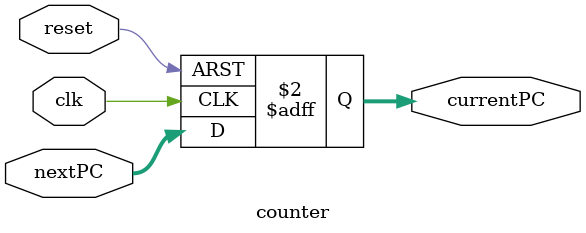
<source format=v>
`timescale 1ns/100ps

module counter(
    input clk,
    input reset,
    input [31:0] nextPC,
    output reg [31:0] currentPC
);
    always @(posedge clk or posedge reset) begin
        if (reset)
            currentPC <= 32'b0;
        else
            currentPC <= nextPC;
    end
endmodule

</source>
